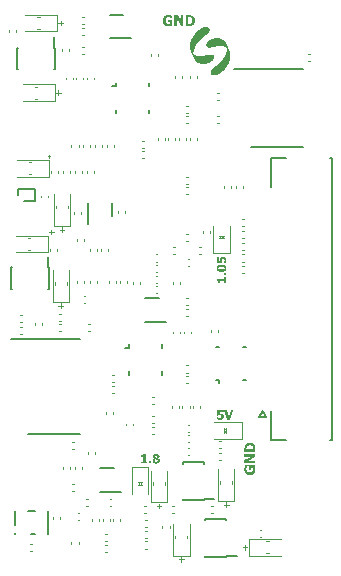
<source format=gbr>
G04*
G04 #@! TF.GenerationSoftware,Altium Limited,Altium Designer,24.9.1 (31)*
G04*
G04 Layer_Color=65535*
%FSLAX44Y44*%
%MOMM*%
G71*
G04*
G04 #@! TF.SameCoordinates,A13243B6-5239-4C78-9C44-5FE43137C330*
G04*
G04*
G04 #@! TF.FilePolarity,Positive*
G04*
G01*
G75*
%ADD10C,0.1500*%
%ADD11C,0.1250*%
%ADD12C,0.1270*%
G36*
X178916Y441075D02*
X179283Y441050D01*
X179381Y441001D01*
X179454Y441026D01*
X179577Y440977D01*
X180092Y440952D01*
X180165Y440928D01*
X180410Y440854D01*
X180704Y440830D01*
X180925Y440732D01*
X181145Y440707D01*
X181194Y440658D01*
X181292Y440634D01*
X181464Y440609D01*
X181684Y440511D01*
X181782Y440487D01*
X181856Y440462D01*
X181905Y440413D01*
X182003Y440389D01*
X182150Y440364D01*
X182223Y440291D01*
X182383Y440229D01*
X182493Y440168D01*
X182652Y440107D01*
X182713Y440046D01*
X182811Y440021D01*
X182860Y439997D01*
X182934Y439923D01*
X183032Y439899D01*
X183105Y439825D01*
X183228Y439776D01*
X183301Y439703D01*
X183608Y439519D01*
X183620Y439482D01*
X183669Y439458D01*
X183804Y439347D01*
X183840Y439311D01*
X183889Y439286D01*
X183963Y439213D01*
X184012Y439188D01*
X184073Y439151D01*
X184098Y439102D01*
X184134Y439066D01*
X184183Y439041D01*
X184208Y438992D01*
X184257Y438968D01*
X184355Y438870D01*
X184404Y438845D01*
X184465Y438784D01*
X184490Y438735D01*
X184661Y438563D01*
X184686Y438514D01*
X184722Y438478D01*
X184771Y438453D01*
X184857Y438318D01*
X184906Y438269D01*
X184931Y438220D01*
X185029Y438122D01*
X185053Y438073D01*
X185090Y438012D01*
X185139Y437988D01*
X185261Y437791D01*
X185347Y437657D01*
X185421Y437583D01*
X185445Y437534D01*
X185494Y437485D01*
X185531Y437350D01*
X185580Y437301D01*
X185617Y437289D01*
X185641Y437191D01*
X185666Y437142D01*
X185739Y437069D01*
X185764Y436971D01*
X185788Y436922D01*
X185837Y436873D01*
X185898Y436713D01*
X185960Y436652D01*
X185984Y436554D01*
X186009Y436505D01*
X186058Y436456D01*
X186107Y436334D01*
X186131Y436260D01*
X186205Y436187D01*
X186241Y436027D01*
X186327Y435942D01*
X186352Y435794D01*
X186425Y435721D01*
X186486Y435562D01*
X186572Y435402D01*
X186597Y435329D01*
X186646Y435280D01*
X186695Y435158D01*
X186719Y435060D01*
X186793Y434986D01*
X186817Y434839D01*
X186891Y434765D01*
X186915Y434668D01*
X186977Y434508D01*
X187038Y434447D01*
X187062Y434300D01*
X187136Y434226D01*
X187185Y434030D01*
X187258Y433957D01*
X187295Y433798D01*
X187381Y433638D01*
X187405Y433540D01*
X187479Y433418D01*
X187528Y433271D01*
Y433246D01*
X187552Y433197D01*
X187601Y433148D01*
X187650Y432952D01*
X187724Y432830D01*
X187773Y432634D01*
X187846Y432560D01*
X187883Y432401D01*
X187969Y432242D01*
X188006Y432082D01*
X188091Y431923D01*
X188128Y431788D01*
X188165Y431752D01*
X188214Y431580D01*
X188251Y431446D01*
X188312Y431384D01*
X188337Y431286D01*
X188361Y431164D01*
X188434Y431041D01*
X188484Y430845D01*
X188533Y430796D01*
X188582Y430600D01*
X188680Y430380D01*
X188716Y430220D01*
X188802Y430061D01*
X188827Y429914D01*
X188900Y429792D01*
X188925Y429694D01*
X188949Y429547D01*
X188998Y429498D01*
X189023Y429399D01*
X189072Y429179D01*
X189121Y429130D01*
X189145Y429032D01*
X189182Y428848D01*
X189219Y428811D01*
X189268Y428640D01*
X189292Y428444D01*
X189366Y428272D01*
X189390Y428175D01*
X189415Y427905D01*
X189464Y427782D01*
X189488Y427586D01*
X189513Y427513D01*
X189537Y426974D01*
X189562Y426900D01*
X189586Y426557D01*
X189611Y426484D01*
X189586Y425700D01*
X189537Y425577D01*
X189562Y425504D01*
X189537Y425185D01*
X189513Y425112D01*
X189488Y424450D01*
X189415Y424279D01*
X189390Y424107D01*
X189366Y423789D01*
X189317Y423666D01*
X189268Y423470D01*
X189243Y423225D01*
X189170Y423054D01*
X189145Y422882D01*
X189121Y422760D01*
X189072Y422710D01*
X189047Y422539D01*
X188998Y422343D01*
X188925Y422172D01*
X188900Y422024D01*
X188827Y421902D01*
X188802Y421804D01*
X188778Y421657D01*
X188729Y421608D01*
X188655Y421314D01*
X188606Y421265D01*
X188557Y421093D01*
X188459Y420873D01*
X188422Y420738D01*
X188337Y420579D01*
X188312Y420481D01*
X188263Y420432D01*
X188214Y420309D01*
X188189Y420211D01*
X188140Y420162D01*
X188055Y419930D01*
X187993Y419868D01*
X187969Y419746D01*
X187895Y419672D01*
X187871Y419574D01*
X187797Y419452D01*
X187748Y419329D01*
X187675Y419207D01*
X187626Y419084D01*
X187601Y419035D01*
X187528Y418962D01*
X187491Y418827D01*
X187467Y418778D01*
X187418Y418754D01*
X187369Y418631D01*
X187283Y418496D01*
X187209Y418374D01*
X187087Y418153D01*
X187038Y418104D01*
X187013Y418031D01*
X186964Y417982D01*
X186866Y417810D01*
X186817Y417761D01*
X186793Y417663D01*
X186719Y417590D01*
X186646Y417467D01*
X186597Y417418D01*
X186499Y417247D01*
X186376Y417075D01*
X186168Y416769D01*
X186107Y416708D01*
X186082Y416659D01*
X186009Y416585D01*
X185911Y416413D01*
X185862Y416365D01*
X185837Y416316D01*
X185764Y416242D01*
X185739Y416193D01*
X185641Y416095D01*
X185568Y415973D01*
X185519Y415924D01*
X185494Y415874D01*
X185396Y415776D01*
X185372Y415728D01*
X185274Y415630D01*
X185249Y415580D01*
X185151Y415482D01*
X185127Y415434D01*
X185029Y415336D01*
X185004Y415286D01*
X184931Y415213D01*
X184906Y415164D01*
X184686Y414943D01*
X184661Y414894D01*
X184318Y414551D01*
X184294Y414502D01*
X183497Y413706D01*
X183448Y413682D01*
X183105Y413339D01*
X183056Y413314D01*
X182836Y413093D01*
X182787Y413069D01*
X182713Y412995D01*
X182664Y412971D01*
X182566Y412873D01*
X182517Y412849D01*
X182419Y412751D01*
X182370Y412726D01*
X182272Y412628D01*
X182223Y412603D01*
X182125Y412505D01*
X182076Y412481D01*
X182003Y412407D01*
X181880Y412334D01*
X181831Y412285D01*
X181782Y412261D01*
X181684Y412163D01*
X181635Y412138D01*
X181562Y412065D01*
X181439Y411991D01*
X181390Y411942D01*
X181280Y411881D01*
X181268Y411844D01*
X181145Y411770D01*
X181096Y411721D01*
X180974Y411648D01*
X180802Y411550D01*
X180778Y411501D01*
X180729Y411476D01*
X180422Y411268D01*
X180226Y411146D01*
X180092Y411060D01*
X180043Y411011D01*
X179883Y410950D01*
X179871Y410913D01*
X179748Y410864D01*
X179699Y410839D01*
X179626Y410766D01*
X179528Y410741D01*
X179381Y410643D01*
X179258Y410570D01*
X179136Y410521D01*
X179062Y410496D01*
X179014Y410447D01*
X178916Y410423D01*
X178793Y410374D01*
X178720Y410300D01*
X178523Y410276D01*
X178376Y410178D01*
X178205Y410153D01*
X178131Y410080D01*
X177837Y410031D01*
X177788Y409982D01*
X177592Y409933D01*
X177396Y409908D01*
X177274Y409859D01*
X177176Y409835D01*
X176857Y409810D01*
X176698Y409749D01*
X176502Y409725D01*
X175118Y409712D01*
X174946Y409786D01*
X174848Y409810D01*
X174566Y409847D01*
X174407Y409933D01*
X174211Y409957D01*
X174138Y410031D01*
X174040Y410055D01*
X173917Y410129D01*
X173746Y410227D01*
X173697Y410276D01*
X173648Y410300D01*
X173513Y410411D01*
X173219Y410705D01*
X173194Y410754D01*
X173121Y410876D01*
X173072Y410925D01*
X173047Y411023D01*
X173023Y411072D01*
X172949Y411146D01*
X172913Y411329D01*
X172851Y411440D01*
X172827Y411538D01*
X172802Y411832D01*
X172778Y411905D01*
X172802Y412542D01*
X172827Y412616D01*
X172851Y412910D01*
X172925Y412983D01*
X172949Y413155D01*
X172974Y413253D01*
X173023Y413302D01*
X173084Y413461D01*
X173170Y413620D01*
X173317Y413890D01*
X173390Y413963D01*
X173488Y414135D01*
X173611Y414306D01*
X173721Y414441D01*
X173758Y414478D01*
X173782Y414527D01*
X173880Y414625D01*
X173905Y414674D01*
X173978Y414747D01*
X174003Y414796D01*
X174040Y414858D01*
X174089Y414882D01*
X174125Y414919D01*
X174150Y414968D01*
X174248Y415041D01*
X174272Y415090D01*
X174346Y415140D01*
X174370Y415188D01*
X174407Y415225D01*
X174456Y415250D01*
X174530Y415348D01*
X174579Y415372D01*
X174628Y415446D01*
X174677Y415470D01*
X174713Y415507D01*
X174738Y415556D01*
X174836Y415630D01*
X174848Y415666D01*
X174897Y415691D01*
X175032Y415801D01*
X175142Y415911D01*
X175191Y415936D01*
X175326Y416046D01*
X175399Y416095D01*
X175424Y416144D01*
X175461Y416181D01*
X175510Y416205D01*
X175583Y416279D01*
X175632Y416303D01*
X175730Y416401D01*
X175853Y416475D01*
X175987Y416585D01*
X176024Y416622D01*
X176073Y416646D01*
X176171Y416744D01*
X176294Y416818D01*
X176465Y416940D01*
X176514Y416989D01*
X176563Y417014D01*
X176637Y417087D01*
X176759Y417136D01*
X176833Y417210D01*
X176882Y417234D01*
X177200Y417455D01*
X177249Y417479D01*
X177347Y417577D01*
X177519Y417675D01*
X177654Y417786D01*
X177788Y417871D01*
X177837Y417920D01*
X177960Y417994D01*
X178009Y418043D01*
X178095Y418080D01*
X178119Y418129D01*
X178242Y418202D01*
X178266Y418251D01*
X178462Y418374D01*
X178499Y418410D01*
X178548Y418435D01*
X178646Y418533D01*
X178695Y418558D01*
X178720Y418606D01*
X178769Y418631D01*
X178903Y418741D01*
X178940Y418778D01*
X178989Y418802D01*
X179062Y418876D01*
X179111Y418900D01*
X179185Y418974D01*
X179234Y418998D01*
X179430Y419194D01*
X179479Y419219D01*
X179540Y419280D01*
X179552Y419317D01*
X179601Y419342D01*
X179736Y419452D01*
X179969Y419685D01*
X180092Y419758D01*
X181280Y420946D01*
X181353Y421069D01*
X181549Y421265D01*
X181562Y421302D01*
X181611Y421326D01*
X181672Y421412D01*
X181770Y421510D01*
X181794Y421559D01*
X181991Y421755D01*
X182015Y421804D01*
X182113Y421902D01*
X182187Y422024D01*
X182236Y422074D01*
X182260Y422122D01*
X182358Y422220D01*
X182383Y422270D01*
X182432Y422294D01*
X182456Y422343D01*
X182566Y422478D01*
X182701Y422662D01*
X182726Y422710D01*
X182824Y422808D01*
X182848Y422858D01*
X182922Y422906D01*
X182995Y423029D01*
X183093Y423201D01*
X183142Y423225D01*
X183167Y423274D01*
X183277Y423409D01*
X183326Y423531D01*
X183412Y423617D01*
X183436Y423666D01*
X183510Y423740D01*
X183583Y423862D01*
X183681Y424034D01*
X183755Y424107D01*
X183828Y424230D01*
X183926Y424401D01*
X183975Y424450D01*
X184024Y424573D01*
X184098Y424646D01*
X184147Y424769D01*
X184196Y424818D01*
X184294Y424989D01*
X184343Y425112D01*
X184367Y425161D01*
X184465Y425259D01*
X184490Y425381D01*
X184563Y425455D01*
X184612Y425577D01*
X184661Y425626D01*
X184722Y425785D01*
X184808Y425871D01*
X184833Y426018D01*
X184906Y426092D01*
X184931Y426190D01*
X184955Y426239D01*
X185029Y426312D01*
X185065Y426472D01*
X185151Y426557D01*
X185188Y426741D01*
X185249Y426802D01*
X185298Y426974D01*
X185372Y427096D01*
X185396Y427170D01*
X185445Y427292D01*
X185494Y427341D01*
X185543Y427537D01*
X185617Y427660D01*
X185666Y427856D01*
X185715Y427905D01*
X185764Y428076D01*
X185788Y428175D01*
X185862Y428297D01*
X185886Y428469D01*
X185984Y428689D01*
X186033Y428909D01*
X186082Y428959D01*
X186107Y429057D01*
X186131Y429253D01*
X186205Y429424D01*
X186229Y429522D01*
X186254Y429694D01*
X186327Y429865D01*
X186376Y430208D01*
X186425Y430331D01*
X186450Y430429D01*
X186474Y430674D01*
X186499Y430870D01*
X186548Y430992D01*
X186572Y431164D01*
X186609Y431740D01*
X186646Y431874D01*
X186670Y432193D01*
X186695Y432266D01*
X186670Y432707D01*
X186634Y432744D01*
X186585Y432769D01*
X186511Y432842D01*
X186462Y432867D01*
X186229Y433026D01*
X186217Y433063D01*
X186168Y433087D01*
X185996Y433210D01*
X185874Y433283D01*
X185702Y433381D01*
X185457Y433528D01*
X185335Y433577D01*
X185212Y433651D01*
X185090Y433700D01*
X184992Y433724D01*
X184918Y433798D01*
X184735Y433834D01*
X184673Y433896D01*
X184514Y433932D01*
X184416Y433957D01*
X184379Y433994D01*
X184257Y434043D01*
X184036Y434067D01*
X183987Y434116D01*
X183816Y434165D01*
X183595Y434190D01*
X183473Y434239D01*
X183375Y434263D01*
X183203Y434288D01*
X182958Y434312D01*
X182836Y434361D01*
X182738Y434386D01*
X181941Y434422D01*
X181758Y434484D01*
X181684Y434459D01*
X180422Y434471D01*
X180288Y434435D01*
X180190Y434410D01*
X179687Y434398D01*
X179675Y434410D01*
X179601Y434386D01*
X179234Y434361D01*
X179185Y434337D01*
X179111Y434361D01*
X178940Y434288D01*
X178891Y434312D01*
X178818Y434288D01*
X178376Y434263D01*
X178303Y434239D01*
X178180Y434190D01*
X178082Y434165D01*
X177666Y434141D01*
X177543Y434092D01*
X177347Y434043D01*
X177053Y434018D01*
X176882Y433945D01*
X176637Y433920D01*
X176478Y433883D01*
X176318Y433822D01*
X176012Y433785D01*
X175877Y433724D01*
X175779Y433700D01*
X175510Y433675D01*
X175289Y433577D01*
X174995Y433553D01*
X174873Y433504D01*
X174677Y433455D01*
X174432Y433430D01*
X174309Y433381D01*
X174211Y433357D01*
X173966Y433332D01*
X173795Y433308D01*
X173721Y433283D01*
X173525Y433234D01*
X173133Y433210D01*
X172937Y433161D01*
X172864Y433136D01*
X172545Y433112D01*
X172153Y433087D01*
X172079Y433112D01*
X172006Y433087D01*
X171834Y433063D01*
X171344Y433087D01*
X171271Y433112D01*
X171197Y433087D01*
X170952Y433112D01*
X170732Y433136D01*
X170560Y433210D01*
X170377Y433246D01*
X170340Y433283D01*
X170217Y433332D01*
X170119Y433357D01*
X170046Y433430D01*
X169923Y433479D01*
X169825Y433577D01*
X169776Y433602D01*
X169727Y433675D01*
X169678Y433700D01*
X169641Y433736D01*
X169617Y433785D01*
X169519Y433883D01*
X169494Y433957D01*
X169445Y434006D01*
X169384Y434165D01*
X169323Y434226D01*
X169298Y434324D01*
X169274Y434520D01*
X169200Y434692D01*
X169176Y434937D01*
X169200Y435648D01*
X169274Y435819D01*
X169298Y435991D01*
X169335Y436174D01*
X169396Y436285D01*
X169421Y436383D01*
X169445Y436505D01*
X169494Y436554D01*
X169519Y436652D01*
X169580Y436811D01*
X169641Y436873D01*
X169666Y436995D01*
X169764Y437142D01*
X169788Y437240D01*
X169862Y437314D01*
X169911Y437436D01*
X169984Y437510D01*
X170033Y437632D01*
X170107Y437706D01*
X170131Y437755D01*
X170168Y437816D01*
X170205Y437828D01*
X170230Y437877D01*
X170340Y438012D01*
X170401Y438098D01*
X170450Y438147D01*
X170475Y438196D01*
X170511Y438257D01*
X170560Y438282D01*
X170720Y438441D01*
X170732Y438478D01*
X170781Y438502D01*
X170842Y438563D01*
X170854Y438600D01*
X170903Y438624D01*
X170965Y438686D01*
X170977Y438722D01*
X171026Y438747D01*
X171161Y438857D01*
X171271Y438968D01*
X171393Y439041D01*
X171442Y439090D01*
X171491Y439114D01*
X171589Y439213D01*
X171638Y439237D01*
X171712Y439311D01*
X171810Y439335D01*
X171908Y439433D01*
X172030Y439507D01*
X172251Y439629D01*
X172300Y439678D01*
X172668Y439874D01*
X172790Y439923D01*
X172839Y439948D01*
X172913Y440021D01*
X173096Y440058D01*
X173158Y440119D01*
X173390Y440205D01*
X173427Y440242D01*
X173525Y440266D01*
X173660Y440303D01*
X173697Y440340D01*
X173819Y440389D01*
X173966Y440413D01*
X174187Y440511D01*
X174334Y440536D01*
X174505Y440609D01*
X174713Y440646D01*
X174750Y440683D01*
X174873Y440732D01*
X175142Y440756D01*
X175314Y440830D01*
X175485Y440854D01*
X175706Y440879D01*
X175828Y440928D01*
X176122Y440977D01*
X176514Y441001D01*
X176686Y441075D01*
X176845Y441062D01*
X177066Y441087D01*
X177543Y441075D01*
X177617Y441099D01*
X178805Y441087D01*
X178842Y441099D01*
X178916Y441075D01*
D02*
G37*
G36*
X169433Y450630D02*
X169507Y450606D01*
X169972Y450581D01*
X170144Y450508D01*
X170364Y450483D01*
X170585Y450385D01*
X170707Y450336D01*
X170977Y450189D01*
X171148Y450091D01*
X171222Y450018D01*
X171271Y449993D01*
X171626Y449638D01*
X171700Y449516D01*
X171822Y449295D01*
X171871Y449173D01*
X171896Y449075D01*
X171945Y449026D01*
X171994Y448854D01*
X172018Y448585D01*
X172043Y448511D01*
X172067Y448364D01*
X172092Y448290D01*
X172067Y447996D01*
X172043Y447923D01*
X172006Y447739D01*
X171981Y447494D01*
X171945Y447408D01*
X171896Y447286D01*
X171871Y447188D01*
X171847Y447114D01*
X171798Y447065D01*
X171749Y446894D01*
X171724Y446845D01*
X171675Y446796D01*
X171614Y446637D01*
X171528Y446551D01*
X171504Y446453D01*
X171430Y446379D01*
X171357Y446257D01*
X171308Y446208D01*
X171259Y446085D01*
X171161Y445987D01*
X171136Y445938D01*
X171063Y445865D01*
X171038Y445816D01*
X170940Y445718D01*
X170916Y445669D01*
X170818Y445571D01*
X170793Y445522D01*
X169923Y444652D01*
X169874Y444627D01*
X169739Y444517D01*
X169629Y444407D01*
X169580Y444382D01*
X169458Y444260D01*
X169409Y444235D01*
X169360Y444162D01*
X169237Y444088D01*
X169188Y444039D01*
X169066Y443966D01*
X169017Y443917D01*
X168968Y443892D01*
X168870Y443794D01*
X168821Y443770D01*
X168723Y443672D01*
X168674Y443647D01*
X168625Y443598D01*
X168576Y443574D01*
X168441Y443464D01*
X168306Y443378D01*
X168257Y443329D01*
X168135Y443255D01*
X168000Y443170D01*
X167975Y443121D01*
X167828Y443047D01*
X167767Y442986D01*
X167694Y442961D01*
X167596Y442863D01*
X167473Y442790D01*
X167314Y442704D01*
X167289Y442655D01*
X167155Y442569D01*
X167106Y442520D01*
X166983Y442447D01*
X166934Y442398D01*
X166812Y442324D01*
X166763Y442275D01*
X166714Y442251D01*
X166616Y442153D01*
X166493Y442079D01*
X166358Y441993D01*
X166334Y441945D01*
X166248Y441883D01*
X166175Y441810D01*
X166052Y441736D01*
X166003Y441687D01*
X165954Y441663D01*
X165856Y441565D01*
X165807Y441540D01*
X165709Y441442D01*
X165660Y441418D01*
X165464Y441222D01*
X165415Y441197D01*
X165292Y441075D01*
X165243Y441050D01*
X165170Y440977D01*
X165121Y440952D01*
X164802Y440634D01*
X164753Y440609D01*
X163614Y439470D01*
X163589Y439421D01*
X163295Y439127D01*
X163271Y439078D01*
X163099Y438906D01*
X163075Y438857D01*
X162989Y438747D01*
X162952Y438735D01*
X162928Y438686D01*
X162830Y438588D01*
X162806Y438539D01*
X162683Y438416D01*
X162659Y438367D01*
X162610Y438343D01*
X162536Y438220D01*
X162487Y438171D01*
X162463Y438122D01*
X162364Y438024D01*
X162340Y437975D01*
X162242Y437877D01*
X162217Y437828D01*
X162144Y437755D01*
X162070Y437632D01*
X162021Y437583D01*
X161997Y437534D01*
X161887Y437399D01*
X161825Y437314D01*
X161776Y437265D01*
X161703Y437142D01*
X161409Y436726D01*
X161384Y436677D01*
X161311Y436603D01*
X161237Y436481D01*
X161139Y436309D01*
X161066Y436236D01*
X160992Y436113D01*
X160894Y435942D01*
X160845Y435892D01*
X160649Y435550D01*
X160600Y435500D01*
X160576Y435402D01*
X160502Y435329D01*
X160306Y434962D01*
X160257Y434912D01*
X160221Y434778D01*
X160159Y434716D01*
X160110Y434594D01*
X160086Y434545D01*
X160037Y434496D01*
X159963Y434300D01*
X159914Y434251D01*
X159841Y434055D01*
X159792Y434006D01*
X159767Y433908D01*
X159743Y433859D01*
X159645Y433712D01*
X159620Y433589D01*
X159547Y433516D01*
X159522Y433369D01*
X159424Y433222D01*
X159388Y433063D01*
X159326Y433001D01*
X159302Y432903D01*
X159265Y432769D01*
X159204Y432707D01*
X159167Y432548D01*
X159057Y432291D01*
X159032Y432144D01*
X158983Y432095D01*
X158934Y431923D01*
X158897Y431788D01*
X158836Y431654D01*
X158812Y431556D01*
X158787Y431433D01*
X158738Y431384D01*
X158714Y431286D01*
X158677Y431078D01*
X158616Y430943D01*
X158591Y430845D01*
X158554Y430612D01*
X158493Y430478D01*
X158469Y430306D01*
X158444Y430086D01*
X158371Y429914D01*
X158346Y429743D01*
X158322Y429498D01*
X158297Y429424D01*
X158273Y429326D01*
X158248Y429081D01*
X158224Y428763D01*
X158199Y428517D01*
X158175Y428371D01*
X158150Y428297D01*
X158175Y427660D01*
X158260Y427574D01*
X158309Y427550D01*
X158407Y427452D01*
X158456Y427427D01*
X158554Y427329D01*
X158677Y427256D01*
X158848Y427133D01*
X159020Y427035D01*
X159069Y426986D01*
X159167Y426962D01*
X159216Y426913D01*
X159437Y426790D01*
X159559Y426741D01*
X159682Y426668D01*
X159804Y426619D01*
X159902Y426594D01*
X160025Y426521D01*
X160184Y426484D01*
X160221Y426447D01*
X160343Y426398D01*
X160515Y426374D01*
X160564Y426325D01*
X160735Y426276D01*
X160907Y426251D01*
X161127Y426153D01*
X161397Y426129D01*
X161519Y426079D01*
X161617Y426055D01*
X161862Y426031D01*
X162083Y426006D01*
X162205Y425957D01*
X162671Y425933D01*
X162769Y425908D01*
X164116Y425883D01*
X164435Y425908D01*
X165182Y425945D01*
X165403Y425969D01*
X165513Y426006D01*
X165979Y426031D01*
X166150Y426055D01*
X166248Y426079D01*
X166371Y426104D01*
X166444Y426129D01*
X166689Y426153D01*
X166971Y426190D01*
X167093Y426239D01*
X167216Y426263D01*
X167228Y426276D01*
X167571Y426300D01*
X167694Y426349D01*
X167865Y426374D01*
X167963Y426398D01*
X168184Y426423D01*
X168355Y426496D01*
X168637Y426533D01*
X168919Y426619D01*
X169164Y426643D01*
X169335Y426717D01*
X169678Y426766D01*
X169850Y426839D01*
X170095Y426864D01*
X170254Y426900D01*
X170389Y426937D01*
X170585Y426986D01*
X170879Y427011D01*
X171050Y427084D01*
X171442Y427109D01*
X171516Y427133D01*
X171663Y427158D01*
X171736Y427182D01*
X172055Y427207D01*
X172300Y427231D01*
X172472Y427256D01*
X172717Y427280D01*
X172790Y427305D01*
X173550Y427280D01*
X173623Y427256D01*
X173954Y427219D01*
X174150Y427194D01*
X174248Y427170D01*
X174383Y427109D01*
X174542Y427072D01*
X174603Y427011D01*
X174701Y426986D01*
X174824Y426913D01*
X174873Y426864D01*
X174995Y426790D01*
X175069Y426717D01*
X175118Y426692D01*
X175154Y426655D01*
X175179Y426606D01*
X175277Y426508D01*
X175350Y426386D01*
X175399Y426337D01*
X175424Y426239D01*
X175497Y426116D01*
X175522Y426018D01*
X175546Y425896D01*
X175595Y425773D01*
X175620Y425675D01*
X175644Y425063D01*
X175620Y424965D01*
X175595Y424646D01*
X175571Y424573D01*
X175522Y424377D01*
X175497Y424181D01*
X175399Y423960D01*
X175375Y423838D01*
X175326Y423789D01*
X175277Y423617D01*
X175007Y423103D01*
X174885Y422882D01*
X174811Y422808D01*
X174787Y422735D01*
X174713Y422662D01*
X174689Y422564D01*
X174652Y422527D01*
X174603Y422502D01*
X174517Y422368D01*
X174444Y422294D01*
X174419Y422245D01*
X173721Y421547D01*
X173672Y421522D01*
X173525Y421375D01*
X173476Y421351D01*
X173415Y421314D01*
X173390Y421265D01*
X173243Y421167D01*
X173182Y421106D01*
X173109Y421081D01*
X173035Y421008D01*
X172913Y420934D01*
X172864Y420885D01*
X172741Y420836D01*
X172692Y420787D01*
X172521Y420689D01*
X172300Y420567D01*
X172178Y420518D01*
X172129Y420493D01*
X171981Y420395D01*
X171883Y420371D01*
X171834Y420322D01*
X171602Y420236D01*
X171565Y420199D01*
X171467Y420175D01*
X171197Y420052D01*
X171063Y420015D01*
X170952Y419954D01*
X170854Y419930D01*
X170720Y419893D01*
X170683Y419856D01*
X170487Y419807D01*
X170340Y419782D01*
X170291Y419734D01*
X170193Y419709D01*
X169997Y419685D01*
X169825Y419611D01*
X169727Y419586D01*
X169482Y419562D01*
X169311Y419488D01*
X169139Y419464D01*
X168894Y419440D01*
X168821Y419415D01*
X168539Y419354D01*
X168147Y419329D01*
X167694Y419292D01*
X167620Y419268D01*
X165979Y419292D01*
X165905Y419317D01*
X165721Y419305D01*
X165586Y419342D01*
X165023Y419366D01*
X164949Y419390D01*
X164753Y419440D01*
X164582Y419464D01*
X164361Y419488D01*
X164239Y419538D01*
X164043Y419586D01*
X163847Y419611D01*
X163675Y419685D01*
X163504Y419709D01*
X163283Y419807D01*
X163099Y419844D01*
X163038Y419905D01*
X162940Y419930D01*
X162806Y419966D01*
X162646Y420052D01*
X162524Y420077D01*
X162450Y420150D01*
X162352Y420175D01*
X162303Y420199D01*
X162254Y420248D01*
X162058Y420322D01*
X162009Y420371D01*
X161887Y420420D01*
X161838Y420444D01*
X161789Y420493D01*
X161666Y420567D01*
X161617Y420616D01*
X161458Y420677D01*
X161372Y420763D01*
X161323Y420787D01*
X161250Y420861D01*
X161127Y420934D01*
X161078Y420983D01*
X160956Y421057D01*
X160882Y421130D01*
X160833Y421155D01*
X160809Y421204D01*
X160760Y421228D01*
X160613Y421375D01*
X160564Y421400D01*
X160257Y421706D01*
X160233Y421755D01*
X160012Y421976D01*
X159988Y422024D01*
X159890Y422122D01*
X159865Y422172D01*
X159792Y422245D01*
X159718Y422368D01*
X159669Y422416D01*
X159596Y422539D01*
X159547Y422588D01*
X159473Y422710D01*
X159375Y422882D01*
X159326Y422931D01*
X159277Y423054D01*
X159204Y423127D01*
X159143Y423286D01*
X159081Y423348D01*
X159032Y423470D01*
X158959Y423544D01*
X158922Y423678D01*
X158861Y423740D01*
X158799Y423899D01*
X158738Y423960D01*
X158714Y424058D01*
X158640Y424181D01*
X158591Y424303D01*
X158518Y424426D01*
X158469Y424548D01*
X158444Y424597D01*
X158395Y424646D01*
X158322Y424842D01*
X158273Y424891D01*
X158199Y425087D01*
X158150Y425136D01*
X158113Y425295D01*
X158052Y425381D01*
X158003Y425504D01*
X157881Y425773D01*
X157856Y425822D01*
X157783Y425945D01*
X157758Y426067D01*
X157660Y426214D01*
X157636Y426361D01*
X157562Y426435D01*
X157513Y426631D01*
X157440Y426753D01*
X157415Y426851D01*
X157342Y426974D01*
X157317Y427047D01*
X157292Y427145D01*
X157268Y427194D01*
X157219Y427243D01*
X157195Y427341D01*
X157158Y427476D01*
X157097Y427537D01*
X157048Y427733D01*
X156950Y427880D01*
X156925Y428052D01*
X156876Y428101D01*
X156827Y428223D01*
X156803Y428321D01*
X156729Y428444D01*
X156680Y428640D01*
X156607Y428763D01*
X156582Y428909D01*
X156484Y429057D01*
X156460Y429228D01*
X156386Y429301D01*
X156349Y429485D01*
X156300Y429608D01*
X156264Y429645D01*
X156202Y429902D01*
X156166Y429939D01*
X156117Y430135D01*
X156018Y430355D01*
X155994Y430502D01*
X155920Y430576D01*
X155896Y430674D01*
X155871Y430845D01*
X155798Y430919D01*
X155773Y431017D01*
X155749Y431237D01*
X155700Y431286D01*
X155626Y431580D01*
X155553Y431752D01*
X155516Y431984D01*
X155430Y432266D01*
X155406Y432536D01*
X155381Y432609D01*
X155357Y432707D01*
X155308Y433001D01*
X155283Y433565D01*
X155259Y433638D01*
X155283Y434986D01*
X155308Y435060D01*
X155332Y435746D01*
X155381Y435868D01*
X155418Y436076D01*
X155443Y436395D01*
X155467Y436493D01*
X155528Y436701D01*
X155565Y436983D01*
X155651Y437265D01*
X155675Y437461D01*
X155749Y437632D01*
X155773Y437730D01*
X155810Y437914D01*
X155871Y438049D01*
X155896Y438147D01*
X155920Y438294D01*
X155969Y438343D01*
X156043Y438637D01*
X156117Y438808D01*
X156141Y438906D01*
X156239Y439127D01*
X156276Y439262D01*
X156337Y439372D01*
X156362Y439470D01*
X156411Y439592D01*
X156484Y439764D01*
X156607Y440033D01*
X156631Y440107D01*
X156680Y440156D01*
X156705Y440254D01*
X156778Y440376D01*
X156876Y440621D01*
X157121Y441087D01*
X157170Y441136D01*
X157207Y441271D01*
X157292Y441405D01*
X157366Y441528D01*
X157611Y441969D01*
X157709Y442141D01*
X157758Y442189D01*
X157807Y442312D01*
X157881Y442386D01*
X157905Y442483D01*
X158003Y442582D01*
X158028Y442655D01*
X158126Y442802D01*
X158150Y442851D01*
X158224Y442925D01*
X158322Y443096D01*
X158432Y443231D01*
X158554Y443427D01*
X158591Y443464D01*
X158665Y443586D01*
X158714Y443635D01*
X158738Y443684D01*
X158812Y443758D01*
X158885Y443880D01*
X158934Y443929D01*
X158995Y444039D01*
X159032Y444052D01*
X159057Y444101D01*
X159289Y444407D01*
X159326Y444444D01*
X159351Y444493D01*
X159424Y444566D01*
X159449Y444615D01*
X159620Y444787D01*
X159645Y444836D01*
X159718Y444909D01*
X159743Y444958D01*
X159853Y445093D01*
X159988Y445228D01*
X160012Y445277D01*
X160233Y445497D01*
X160257Y445546D01*
X160600Y445889D01*
X160625Y445938D01*
X161299Y446612D01*
X161348Y446637D01*
X161666Y446955D01*
X161715Y446980D01*
X161936Y447200D01*
X161985Y447225D01*
X162181Y447421D01*
X162230Y447445D01*
X162303Y447519D01*
X162352Y447543D01*
X162487Y447654D01*
X162524Y447690D01*
X162573Y447715D01*
X162744Y447886D01*
X162867Y447960D01*
X162940Y448033D01*
X162989Y448058D01*
X163063Y448131D01*
X163185Y448205D01*
X163259Y448278D01*
X163308Y448303D01*
X163381Y448376D01*
X163504Y448450D01*
X163675Y448572D01*
X163724Y448621D01*
X163773Y448646D01*
X163822Y448695D01*
X163994Y448793D01*
X164043Y448842D01*
X164165Y448915D01*
X164214Y448964D01*
X164337Y449038D01*
X164508Y449136D01*
X164557Y449185D01*
X164680Y449234D01*
X164753Y449307D01*
X164925Y449405D01*
X165084Y449491D01*
X165096Y449528D01*
X165256Y449589D01*
X165317Y449650D01*
X165476Y449712D01*
X165537Y449773D01*
X165672Y449810D01*
X165758Y449871D01*
X165881Y449920D01*
X165979Y449944D01*
X166052Y450018D01*
X166224Y450042D01*
X166297Y450116D01*
X166395Y450140D01*
X166542Y450165D01*
X166616Y450238D01*
X166787Y450263D01*
X167008Y450361D01*
X167240Y450398D01*
X167363Y450447D01*
X167498Y450483D01*
X167743Y450508D01*
X167988Y450581D01*
X168233Y450606D01*
X168723Y450630D01*
X168796Y450655D01*
X169433Y450630D01*
D02*
G37*
G36*
X183484Y256179D02*
X183640Y256167D01*
X183820Y256143D01*
X184012Y256095D01*
X184205Y256047D01*
X184409Y255975D01*
X184433Y255963D01*
X184493Y255939D01*
X184589Y255891D01*
X184709Y255819D01*
X184853Y255735D01*
X184998Y255627D01*
X185154Y255494D01*
X185298Y255350D01*
X185310Y255326D01*
X185358Y255278D01*
X185430Y255194D01*
X185514Y255074D01*
X185598Y254930D01*
X185694Y254774D01*
X185791Y254581D01*
X185875Y254377D01*
Y254365D01*
X185887Y254353D01*
X185899Y254317D01*
X185911Y254281D01*
X185935Y254161D01*
X185971Y253993D01*
X186019Y253788D01*
X186043Y253560D01*
X186067Y253284D01*
X186079Y252995D01*
Y252851D01*
X186067Y252779D01*
Y252683D01*
X186055Y252479D01*
X186031Y252239D01*
X186007Y251998D01*
X185971Y251734D01*
X185923Y251494D01*
Y251482D01*
X185911Y251470D01*
Y251434D01*
X185899Y251386D01*
X185875Y251277D01*
X185839Y251133D01*
X185791Y250965D01*
X185730Y250797D01*
X185670Y250617D01*
X185610Y250460D01*
X183904D01*
Y250641D01*
X183916Y250653D01*
X183964Y250725D01*
X184036Y250833D01*
X184109Y250965D01*
Y250977D01*
X184121Y251001D01*
X184144Y251037D01*
X184168Y251097D01*
X184205Y251157D01*
X184241Y251241D01*
X184277Y251338D01*
X184325Y251446D01*
Y251458D01*
X184337Y251494D01*
X184361Y251554D01*
X184385Y251626D01*
X184421Y251710D01*
X184445Y251806D01*
X184505Y252010D01*
Y252022D01*
X184517Y252058D01*
X184529Y252118D01*
X184541Y252202D01*
X184553Y252299D01*
X184565Y252407D01*
X184577Y252647D01*
Y252767D01*
X184565Y252851D01*
Y252947D01*
X184541Y253055D01*
X184505Y253308D01*
Y253320D01*
X184493Y253368D01*
X184469Y253428D01*
X184445Y253512D01*
X184361Y253704D01*
X184301Y253788D01*
X184229Y253873D01*
X184217Y253885D01*
X184205Y253897D01*
X184121Y253969D01*
X184012Y254053D01*
X183880Y254125D01*
X183868D01*
X183844Y254137D01*
X183796Y254161D01*
X183736Y254173D01*
X183664Y254197D01*
X183568Y254209D01*
X183460Y254221D01*
X183340D01*
X183328D01*
X183291D01*
X183243D01*
X183171Y254209D01*
X183027Y254173D01*
X182871Y254101D01*
X182859D01*
X182835Y254077D01*
X182799Y254053D01*
X182751Y254029D01*
X182643Y253933D01*
X182547Y253800D01*
X182535Y253788D01*
X182523Y253752D01*
X182487Y253692D01*
X182451Y253620D01*
X182414Y253524D01*
X182378Y253416D01*
X182342Y253296D01*
X182318Y253152D01*
Y253140D01*
X182306Y253092D01*
X182294Y253020D01*
X182282Y252935D01*
Y252827D01*
X182270Y252719D01*
X182258Y252503D01*
Y252347D01*
X182270Y252239D01*
Y252106D01*
X182282Y251962D01*
X182330Y251662D01*
Y251650D01*
X182342Y251590D01*
X182354Y251518D01*
X182378Y251422D01*
X182402Y251313D01*
X182426Y251193D01*
X182474Y250965D01*
Y250797D01*
X178089D01*
Y255975D01*
X179567D01*
Y252647D01*
X180877D01*
Y252707D01*
X180865Y252755D01*
Y252875D01*
X180853Y253020D01*
Y253092D01*
X180841Y253140D01*
Y253560D01*
X180853Y253704D01*
X180865Y253860D01*
X180889Y254041D01*
X180961Y254401D01*
Y254425D01*
X180985Y254485D01*
X181009Y254569D01*
X181045Y254690D01*
X181093Y254822D01*
X181153Y254954D01*
X181225Y255098D01*
X181309Y255242D01*
X181321Y255266D01*
X181357Y255314D01*
X181429Y255398D01*
X181513Y255494D01*
X181621Y255602D01*
X181766Y255723D01*
X181910Y255843D01*
X182090Y255939D01*
X182114Y255951D01*
X182174Y255975D01*
X182282Y256023D01*
X182414Y256071D01*
X182583Y256107D01*
X182787Y256155D01*
X183015Y256179D01*
X183267Y256191D01*
X183279D01*
X183291D01*
X183328D01*
X183376D01*
X183484Y256179D01*
D02*
G37*
G36*
X182366Y249415D02*
X182474D01*
X182607Y249403D01*
X182883Y249391D01*
X183183Y249355D01*
X183484Y249319D01*
X183784Y249259D01*
X183796D01*
X183820Y249247D01*
X183856D01*
X183904Y249223D01*
X184048Y249187D01*
X184229Y249127D01*
X184433Y249055D01*
X184637Y248971D01*
X184853Y248863D01*
X185058Y248742D01*
X185082Y248730D01*
X185142Y248682D01*
X185226Y248598D01*
X185346Y248490D01*
X185466Y248358D01*
X185598Y248190D01*
X185718Y248010D01*
X185826Y247805D01*
Y247793D01*
X185839Y247781D01*
X185851Y247745D01*
X185863Y247709D01*
X185911Y247589D01*
X185947Y247421D01*
X185995Y247217D01*
X186043Y246976D01*
X186067Y246712D01*
X186079Y246412D01*
Y246280D01*
X186067Y246207D01*
Y246123D01*
X186043Y245931D01*
X186019Y245703D01*
X185971Y245475D01*
X185911Y245234D01*
X185826Y245006D01*
Y244994D01*
X185814Y244982D01*
X185778Y244910D01*
X185718Y244814D01*
X185634Y244682D01*
X185514Y244525D01*
X185382Y244369D01*
X185226Y244213D01*
X185046Y244069D01*
X185034D01*
X185022Y244057D01*
X184949Y244009D01*
X184841Y243949D01*
X184697Y243877D01*
X184505Y243793D01*
X184289Y243708D01*
X184048Y243624D01*
X183772Y243552D01*
X183760D01*
X183736Y243540D01*
X183700D01*
X183640Y243528D01*
X183568Y243516D01*
X183484Y243504D01*
X183376Y243492D01*
X183267Y243480D01*
X183003Y243444D01*
X182703Y243420D01*
X182366Y243408D01*
X182006Y243396D01*
X181994D01*
X181958D01*
X181910D01*
X181826D01*
X181742D01*
X181633Y243408D01*
X181513D01*
X181393Y243420D01*
X181117Y243432D01*
X180817Y243468D01*
X180516Y243504D01*
X180228Y243552D01*
X180216D01*
X180192Y243564D01*
X180156D01*
X180108Y243588D01*
X179964Y243624D01*
X179795Y243672D01*
X179591Y243745D01*
X179387Y243841D01*
X179159Y243949D01*
X178954Y244081D01*
X178942D01*
X178930Y244093D01*
X178870Y244153D01*
X178774Y244225D01*
X178666Y244345D01*
X178534Y244477D01*
X178414Y244634D01*
X178294Y244826D01*
X178186Y245030D01*
Y245042D01*
X178174Y245054D01*
X178161Y245090D01*
X178149Y245138D01*
X178101Y245258D01*
X178053Y245415D01*
X178005Y245619D01*
X177957Y245859D01*
X177933Y246123D01*
X177921Y246412D01*
Y246556D01*
X177933Y246628D01*
Y246712D01*
X177957Y246904D01*
X177993Y247120D01*
X178041Y247361D01*
X178101Y247601D01*
X178197Y247817D01*
Y247829D01*
X178209Y247841D01*
X178246Y247913D01*
X178306Y248010D01*
X178390Y248142D01*
X178510Y248286D01*
X178642Y248442D01*
X178798Y248598D01*
X178990Y248742D01*
X179014Y248754D01*
X179086Y248803D01*
X179195Y248863D01*
X179339Y248947D01*
X179519Y249031D01*
X179735Y249115D01*
X179988Y249187D01*
X180264Y249259D01*
X180276D01*
X180300Y249271D01*
X180336D01*
X180396Y249283D01*
X180468Y249295D01*
X180552Y249307D01*
X180648Y249331D01*
X180769Y249343D01*
X181021Y249379D01*
X181321Y249403D01*
X181646Y249415D01*
X182006Y249427D01*
X182018D01*
X182054D01*
X182102D01*
X182174D01*
X182258D01*
X182366Y249415D01*
D02*
G37*
G36*
X185911Y240380D02*
X183844D01*
Y242243D01*
X185911D01*
Y240380D01*
D02*
G37*
G36*
Y233809D02*
X184541D01*
Y235455D01*
X180420D01*
Y233809D01*
X179147D01*
Y234037D01*
X179135Y234145D01*
Y234265D01*
X179111Y234518D01*
Y234530D01*
X179098Y234578D01*
X179086Y234638D01*
X179074Y234722D01*
X179027Y234914D01*
X178990Y235010D01*
X178954Y235094D01*
X178942Y235106D01*
X178930Y235130D01*
X178906Y235178D01*
X178858Y235238D01*
X178762Y235359D01*
X178618Y235479D01*
X178606Y235491D01*
X178582Y235503D01*
X178534Y235527D01*
X178474Y235551D01*
X178390Y235587D01*
X178294Y235611D01*
X178197Y235635D01*
X178077Y235647D01*
Y237365D01*
X184541D01*
Y238975D01*
X185911D01*
Y233809D01*
D02*
G37*
G36*
X189091Y118174D02*
X187036D01*
X184357Y125995D01*
X186388D01*
X188094Y120673D01*
X189800Y125995D01*
X191782D01*
X189091Y118174D01*
D02*
G37*
G36*
X183732Y124517D02*
X180405D01*
Y123207D01*
X180465D01*
X180513Y123219D01*
X180633D01*
X180777Y123231D01*
X180849D01*
X180897Y123244D01*
X181318D01*
X181462Y123231D01*
X181618Y123219D01*
X181798Y123195D01*
X182159Y123123D01*
X182183D01*
X182243Y123099D01*
X182327Y123075D01*
X182447Y123039D01*
X182579Y122991D01*
X182711Y122931D01*
X182855Y122859D01*
X183000Y122775D01*
X183024Y122763D01*
X183072Y122727D01*
X183156Y122655D01*
X183252Y122571D01*
X183360Y122463D01*
X183480Y122318D01*
X183600Y122174D01*
X183696Y121994D01*
X183708Y121970D01*
X183732Y121910D01*
X183781Y121802D01*
X183829Y121670D01*
X183865Y121501D01*
X183913Y121297D01*
X183937Y121069D01*
X183949Y120817D01*
Y120805D01*
Y120793D01*
Y120757D01*
Y120709D01*
X183937Y120600D01*
X183925Y120444D01*
X183901Y120264D01*
X183853Y120072D01*
X183805Y119880D01*
X183732Y119675D01*
X183720Y119651D01*
X183696Y119591D01*
X183648Y119495D01*
X183576Y119375D01*
X183492Y119231D01*
X183384Y119087D01*
X183252Y118930D01*
X183108Y118786D01*
X183084Y118774D01*
X183036Y118726D01*
X182952Y118654D01*
X182831Y118570D01*
X182687Y118486D01*
X182531Y118390D01*
X182339Y118294D01*
X182135Y118209D01*
X182123D01*
X182111Y118197D01*
X182075Y118186D01*
X182038Y118174D01*
X181918Y118149D01*
X181750Y118113D01*
X181546Y118065D01*
X181318Y118041D01*
X181041Y118017D01*
X180753Y118005D01*
X180609D01*
X180537Y118017D01*
X180441D01*
X180236Y118029D01*
X179996Y118053D01*
X179756Y118077D01*
X179492Y118113D01*
X179251Y118161D01*
X179239D01*
X179227Y118174D01*
X179191D01*
X179143Y118186D01*
X179035Y118209D01*
X178891Y118246D01*
X178723Y118294D01*
X178554Y118354D01*
X178374Y118414D01*
X178218Y118474D01*
Y120180D01*
X178398D01*
X178410Y120168D01*
X178482Y120120D01*
X178590Y120048D01*
X178723Y119976D01*
X178735D01*
X178759Y119964D01*
X178795Y119940D01*
X178855Y119916D01*
X178915Y119880D01*
X178999Y119844D01*
X179095Y119807D01*
X179203Y119759D01*
X179215D01*
X179251Y119747D01*
X179311Y119723D01*
X179383Y119699D01*
X179468Y119663D01*
X179564Y119639D01*
X179768Y119579D01*
X179780D01*
X179816Y119567D01*
X179876Y119555D01*
X179960Y119543D01*
X180056Y119531D01*
X180164Y119519D01*
X180405Y119507D01*
X180525D01*
X180609Y119519D01*
X180705D01*
X180813Y119543D01*
X181065Y119579D01*
X181077D01*
X181125Y119591D01*
X181185Y119615D01*
X181270Y119639D01*
X181462Y119723D01*
X181546Y119783D01*
X181630Y119855D01*
X181642Y119867D01*
X181654Y119880D01*
X181726Y119964D01*
X181810Y120072D01*
X181882Y120204D01*
Y120216D01*
X181894Y120240D01*
X181918Y120288D01*
X181930Y120348D01*
X181954Y120420D01*
X181966Y120516D01*
X181978Y120624D01*
Y120744D01*
Y120757D01*
Y120793D01*
Y120841D01*
X181966Y120913D01*
X181930Y121057D01*
X181858Y121213D01*
Y121225D01*
X181834Y121249D01*
X181810Y121285D01*
X181786Y121333D01*
X181690Y121441D01*
X181558Y121538D01*
X181546Y121550D01*
X181510Y121561D01*
X181450Y121597D01*
X181378Y121634D01*
X181282Y121670D01*
X181173Y121706D01*
X181053Y121742D01*
X180909Y121766D01*
X180897D01*
X180849Y121778D01*
X180777Y121790D01*
X180693Y121802D01*
X180585D01*
X180477Y121814D01*
X180260Y121826D01*
X180104D01*
X179996Y121814D01*
X179864D01*
X179720Y121802D01*
X179419Y121754D01*
X179407D01*
X179347Y121742D01*
X179275Y121730D01*
X179179Y121706D01*
X179071Y121682D01*
X178951Y121658D01*
X178723Y121610D01*
X178554D01*
Y125995D01*
X183732D01*
Y124517D01*
D02*
G37*
G36*
X137409Y460681D02*
X137658Y460667D01*
X137963Y460639D01*
X138268Y460597D01*
X138574Y460542D01*
X138851Y460473D01*
X138865D01*
X138879Y460459D01*
X138920Y460445D01*
X138976Y460431D01*
X139114Y460389D01*
X139295Y460320D01*
X139516Y460237D01*
X139766Y460140D01*
X140043Y460029D01*
X140321Y459890D01*
Y457782D01*
X140099D01*
X140085Y457810D01*
X140043Y457838D01*
X139988Y457879D01*
X139919Y457921D01*
X139849Y457976D01*
X139641Y458129D01*
X139628Y458143D01*
X139586Y458170D01*
X139530Y458212D01*
X139447Y458268D01*
X139267Y458392D01*
X139045Y458531D01*
X139031Y458545D01*
X138989Y458559D01*
X138906Y458600D01*
X138823Y458642D01*
X138698Y458697D01*
X138560Y458753D01*
X138421Y458808D01*
X138254Y458864D01*
X138241D01*
X138171Y458892D01*
X138088Y458905D01*
X137977Y458933D01*
X137825Y458961D01*
X137672Y458975D01*
X137492Y459002D01*
X137214D01*
X137103Y458989D01*
X136965Y458975D01*
X136798Y458961D01*
X136618Y458919D01*
X136424Y458878D01*
X136244Y458808D01*
X136230Y458795D01*
X136160Y458781D01*
X136077Y458725D01*
X135966Y458670D01*
X135828Y458600D01*
X135689Y458503D01*
X135536Y458392D01*
X135398Y458254D01*
X135384Y458240D01*
X135342Y458184D01*
X135273Y458115D01*
X135203Y458004D01*
X135106Y457865D01*
X135023Y457713D01*
X134926Y457533D01*
X134843Y457324D01*
X134829Y457297D01*
X134815Y457227D01*
X134774Y457116D01*
X134746Y456950D01*
X134704Y456770D01*
X134663Y456548D01*
X134649Y456298D01*
X134635Y456035D01*
Y456021D01*
Y455965D01*
Y455882D01*
X134649Y455771D01*
X134663Y455646D01*
X134676Y455494D01*
X134704Y455327D01*
X134732Y455147D01*
X134829Y454773D01*
X134898Y454579D01*
X134968Y454384D01*
X135065Y454204D01*
X135162Y454024D01*
X135287Y453857D01*
X135425Y453705D01*
X135439Y453691D01*
X135467Y453677D01*
X135508Y453635D01*
X135564Y453594D01*
X135647Y453538D01*
X135744Y453469D01*
X135869Y453400D01*
X135994Y453330D01*
X136133Y453261D01*
X136299Y453192D01*
X136479Y453136D01*
X136673Y453067D01*
X136882Y453025D01*
X137103Y452984D01*
X137339Y452970D01*
X137589Y452956D01*
X138074D01*
X138171Y452970D01*
Y454745D01*
X136410D01*
Y456451D01*
X140363D01*
Y451999D01*
X140335Y451985D01*
X140252Y451957D01*
X140127Y451916D01*
X139946Y451846D01*
X139725Y451777D01*
X139461Y451708D01*
X139156Y451611D01*
X138809Y451527D01*
X138795D01*
X138768Y451514D01*
X138712D01*
X138643Y451500D01*
X138560Y451472D01*
X138462Y451458D01*
X138227Y451417D01*
X137935Y451375D01*
X137617Y451347D01*
X137284Y451319D01*
X136937Y451306D01*
X136840D01*
X136729Y451319D01*
X136590D01*
X136410Y451347D01*
X136202Y451375D01*
X135966Y451403D01*
X135717Y451458D01*
X135453Y451527D01*
X135176Y451611D01*
X134898Y451708D01*
X134621Y451819D01*
X134330Y451957D01*
X134066Y452124D01*
X133803Y452318D01*
X133553Y452526D01*
X133539Y452540D01*
X133498Y452581D01*
X133442Y452651D01*
X133359Y452748D01*
X133262Y452887D01*
X133151Y453039D01*
X133040Y453219D01*
X132929Y453427D01*
X132804Y453663D01*
X132693Y453913D01*
X132582Y454204D01*
X132485Y454509D01*
X132402Y454856D01*
X132346Y455216D01*
X132305Y455605D01*
X132291Y456007D01*
Y456035D01*
Y456104D01*
X132305Y456215D01*
Y456354D01*
X132333Y456534D01*
X132360Y456742D01*
X132402Y456978D01*
X132444Y457227D01*
X132513Y457491D01*
X132596Y457768D01*
X132707Y458046D01*
X132818Y458337D01*
X132971Y458614D01*
X133137Y458892D01*
X133331Y459155D01*
X133553Y459405D01*
X133567Y459419D01*
X133609Y459460D01*
X133678Y459529D01*
X133789Y459613D01*
X133914Y459710D01*
X134066Y459807D01*
X134247Y459932D01*
X134454Y460056D01*
X134690Y460168D01*
X134954Y460292D01*
X135231Y460389D01*
X135536Y460500D01*
X135869Y460570D01*
X136230Y460639D01*
X136604Y460681D01*
X137006Y460695D01*
X137298D01*
X137409Y460681D01*
D02*
G37*
G36*
X149807Y451500D02*
X147629D01*
X144135Y457782D01*
Y451500D01*
X142068D01*
Y460528D01*
X144842D01*
X147740Y455355D01*
Y460528D01*
X149807D01*
Y451500D01*
D02*
G37*
G36*
X155021Y460514D02*
X155285Y460500D01*
X155590Y460473D01*
X155895Y460445D01*
X156214Y460403D01*
X156256D01*
X156297Y460389D01*
X156353Y460376D01*
X156436Y460362D01*
X156519Y460334D01*
X156727Y460278D01*
X156963Y460209D01*
X157226Y460098D01*
X157504Y459973D01*
X157781Y459807D01*
X157795D01*
X157823Y459779D01*
X157864Y459751D01*
X157934Y459710D01*
X158086Y459571D01*
X158294Y459405D01*
X158516Y459183D01*
X158752Y458919D01*
X158974Y458614D01*
X159182Y458268D01*
Y458254D01*
X159210Y458226D01*
X159237Y458170D01*
X159265Y458101D01*
X159307Y458004D01*
X159348Y457893D01*
X159390Y457768D01*
X159445Y457630D01*
X159501Y457463D01*
X159543Y457297D01*
X159626Y456908D01*
X159681Y456465D01*
X159709Y455993D01*
Y455979D01*
Y455938D01*
Y455868D01*
X159695Y455785D01*
Y455674D01*
X159681Y455535D01*
X159667Y455397D01*
X159640Y455244D01*
X159570Y454884D01*
X159473Y454509D01*
X159334Y454121D01*
X159154Y453732D01*
Y453719D01*
X159126Y453691D01*
X159099Y453635D01*
X159057Y453566D01*
X159002Y453483D01*
X158932Y453400D01*
X158766Y453178D01*
X158572Y452928D01*
X158336Y452678D01*
X158059Y452429D01*
X157753Y452207D01*
X157740D01*
X157726Y452193D01*
X157684Y452165D01*
X157629Y452138D01*
X157490Y452054D01*
X157296Y451957D01*
X157074Y451860D01*
X156810Y451763D01*
X156519Y451680D01*
X156214Y451624D01*
X156173D01*
X156131Y451611D01*
X156075D01*
X155992Y451597D01*
X155909Y451583D01*
X155687Y451569D01*
X155424Y451541D01*
X155132Y451514D01*
X154799Y451500D01*
X151637D01*
Y460528D01*
X154786D01*
X155021Y460514D01*
D02*
G37*
G36*
X122589Y81095D02*
X120726D01*
Y83162D01*
X122589D01*
Y81095D01*
D02*
G37*
G36*
X117711Y82465D02*
X119321D01*
Y81095D01*
X114155D01*
Y82465D01*
X115801D01*
Y86586D01*
X114155D01*
Y87859D01*
X114383D01*
X114491Y87871D01*
X114611D01*
X114864Y87895D01*
X114876D01*
X114924Y87907D01*
X114984Y87920D01*
X115068Y87931D01*
X115260Y87979D01*
X115356Y88016D01*
X115440Y88052D01*
X115452Y88064D01*
X115476Y88076D01*
X115524Y88100D01*
X115584Y88148D01*
X115705Y88244D01*
X115825Y88388D01*
X115837Y88400D01*
X115849Y88424D01*
X115873Y88472D01*
X115897Y88532D01*
X115933Y88616D01*
X115957Y88712D01*
X115981Y88808D01*
X115993Y88929D01*
X117711D01*
Y82465D01*
D02*
G37*
G36*
X127010Y89073D02*
X127190Y89061D01*
X127382Y89049D01*
X127599Y89025D01*
X127815Y88977D01*
X128019Y88929D01*
X128031D01*
X128043Y88917D01*
X128115Y88905D01*
X128211Y88869D01*
X128331Y88820D01*
X128476Y88760D01*
X128620Y88688D01*
X128764Y88616D01*
X128896Y88520D01*
X128908Y88508D01*
X128956Y88472D01*
X129016Y88412D01*
X129100Y88340D01*
X129185Y88256D01*
X129281Y88148D01*
X129365Y88028D01*
X129449Y87895D01*
X129461Y87883D01*
X129485Y87835D01*
X129509Y87763D01*
X129545Y87667D01*
X129581Y87547D01*
X129617Y87415D01*
X129629Y87259D01*
X129641Y87102D01*
Y87079D01*
Y87006D01*
X129629Y86898D01*
X129605Y86766D01*
X129557Y86610D01*
X129509Y86442D01*
X129425Y86273D01*
X129317Y86093D01*
X129305Y86069D01*
X129257Y86021D01*
X129185Y85937D01*
X129076Y85829D01*
X128932Y85721D01*
X128764Y85589D01*
X128560Y85469D01*
X128331Y85348D01*
Y85312D01*
X128343D01*
X128368Y85300D01*
X128404Y85276D01*
X128464Y85252D01*
X128596Y85192D01*
X128764Y85096D01*
X128944Y84976D01*
X129136Y84832D01*
X129317Y84664D01*
X129473Y84483D01*
X129485Y84459D01*
X129533Y84399D01*
X129593Y84291D01*
X129665Y84147D01*
X129725Y83967D01*
X129785Y83763D01*
X129833Y83522D01*
X129845Y83270D01*
Y83246D01*
Y83186D01*
X129833Y83090D01*
X129821Y82970D01*
X129797Y82825D01*
X129749Y82657D01*
X129701Y82501D01*
X129629Y82333D01*
X129617Y82309D01*
X129593Y82261D01*
X129545Y82177D01*
X129473Y82081D01*
X129389Y81960D01*
X129293Y81828D01*
X129172Y81696D01*
X129028Y81576D01*
X129016Y81564D01*
X128956Y81528D01*
X128872Y81468D01*
X128764Y81396D01*
X128620Y81324D01*
X128452Y81240D01*
X128259Y81167D01*
X128055Y81095D01*
X128043D01*
X128031Y81083D01*
X127995D01*
X127959Y81071D01*
X127839Y81035D01*
X127671Y81011D01*
X127479Y80975D01*
X127262Y80939D01*
X127010Y80927D01*
X126746Y80915D01*
X126541D01*
X126469Y80927D01*
X126277Y80939D01*
X126061Y80963D01*
X125833Y80987D01*
X125592Y81035D01*
X125364Y81095D01*
X125352D01*
X125340Y81107D01*
X125268Y81131D01*
X125160Y81167D01*
X125028Y81228D01*
X124871Y81288D01*
X124703Y81372D01*
X124547Y81468D01*
X124391Y81576D01*
X124379Y81588D01*
X124331Y81636D01*
X124259Y81696D01*
X124187Y81780D01*
X124090Y81888D01*
X124006Y82021D01*
X123910Y82153D01*
X123838Y82309D01*
X123826Y82333D01*
X123814Y82381D01*
X123790Y82465D01*
X123754Y82573D01*
X123718Y82705D01*
X123694Y82861D01*
X123682Y83030D01*
X123670Y83198D01*
Y83210D01*
Y83234D01*
Y83258D01*
X123682Y83306D01*
X123694Y83438D01*
X123718Y83594D01*
X123754Y83763D01*
X123826Y83955D01*
X123910Y84135D01*
X124030Y84315D01*
X124042Y84339D01*
X124102Y84387D01*
X124187Y84471D01*
X124307Y84579D01*
X124451Y84688D01*
X124643Y84820D01*
X124859Y84940D01*
X125100Y85060D01*
Y85096D01*
X125088D01*
X125076Y85108D01*
X125040Y85132D01*
X124992Y85156D01*
X124871Y85228D01*
X124727Y85324D01*
X124559Y85444D01*
X124403Y85577D01*
X124259Y85733D01*
X124138Y85901D01*
X124127Y85925D01*
X124102Y85985D01*
X124054Y86081D01*
X124006Y86213D01*
X123958Y86370D01*
X123910Y86550D01*
X123886Y86754D01*
X123874Y86970D01*
Y86994D01*
Y87042D01*
X123886Y87127D01*
X123898Y87235D01*
X123922Y87355D01*
X123946Y87487D01*
X123994Y87631D01*
X124054Y87775D01*
X124066Y87787D01*
X124090Y87835D01*
X124138Y87907D01*
X124199Y88004D01*
X124283Y88112D01*
X124379Y88232D01*
X124487Y88340D01*
X124619Y88460D01*
X124631Y88472D01*
X124679Y88508D01*
X124763Y88556D01*
X124871Y88616D01*
X125004Y88688D01*
X125148Y88760D01*
X125328Y88833D01*
X125520Y88905D01*
X125532D01*
X125544Y88917D01*
X125616Y88929D01*
X125736Y88965D01*
X125881Y89001D01*
X126061Y89025D01*
X126277Y89061D01*
X126505Y89073D01*
X126758Y89085D01*
X126878D01*
X127010Y89073D01*
D02*
G37*
G36*
X206215Y98695D02*
X206326D01*
X206465Y98681D01*
X206603Y98667D01*
X206756Y98640D01*
X207116Y98570D01*
X207491Y98473D01*
X207879Y98335D01*
X208267Y98154D01*
X208281D01*
X208309Y98126D01*
X208365Y98099D01*
X208434Y98057D01*
X208517Y98002D01*
X208600Y97932D01*
X208822Y97766D01*
X209072Y97572D01*
X209321Y97336D01*
X209571Y97059D01*
X209793Y96754D01*
Y96740D01*
X209807Y96726D01*
X209835Y96684D01*
X209862Y96629D01*
X209946Y96490D01*
X210043Y96296D01*
X210140Y96074D01*
X210237Y95810D01*
X210320Y95519D01*
X210375Y95214D01*
Y95173D01*
X210389Y95131D01*
Y95075D01*
X210403Y94992D01*
X210417Y94909D01*
X210431Y94687D01*
X210459Y94424D01*
X210486Y94132D01*
X210500Y93799D01*
Y90638D01*
X201472D01*
Y93786D01*
X201486Y94021D01*
X201500Y94285D01*
X201527Y94590D01*
X201555Y94895D01*
X201597Y95214D01*
Y95256D01*
X201611Y95297D01*
X201625Y95353D01*
X201638Y95436D01*
X201666Y95519D01*
X201721Y95727D01*
X201791Y95963D01*
X201902Y96227D01*
X202027Y96504D01*
X202193Y96781D01*
Y96795D01*
X202221Y96823D01*
X202248Y96864D01*
X202290Y96934D01*
X202429Y97086D01*
X202595Y97294D01*
X202817Y97516D01*
X203081Y97752D01*
X203386Y97974D01*
X203732Y98182D01*
X203746D01*
X203774Y98210D01*
X203829Y98237D01*
X203899Y98265D01*
X203996Y98307D01*
X204107Y98348D01*
X204232Y98390D01*
X204370Y98445D01*
X204537Y98501D01*
X204703Y98542D01*
X205092Y98626D01*
X205535Y98681D01*
X206007Y98709D01*
X206021D01*
X206062D01*
X206132D01*
X206215Y98695D01*
D02*
G37*
G36*
X210500Y86629D02*
X204218Y83135D01*
X210500D01*
Y81068D01*
X201472D01*
Y83842D01*
X206645Y86741D01*
X201472D01*
Y88807D01*
X210500D01*
Y86629D01*
D02*
G37*
G36*
X210015Y79335D02*
X210043Y79252D01*
X210084Y79127D01*
X210154Y78946D01*
X210223Y78725D01*
X210292Y78461D01*
X210389Y78156D01*
X210473Y77809D01*
Y77795D01*
X210486Y77768D01*
Y77712D01*
X210500Y77643D01*
X210528Y77560D01*
X210542Y77463D01*
X210583Y77227D01*
X210625Y76936D01*
X210653Y76617D01*
X210681Y76284D01*
X210694Y75937D01*
Y75840D01*
X210681Y75729D01*
Y75590D01*
X210653Y75410D01*
X210625Y75202D01*
X210597Y74966D01*
X210542Y74717D01*
X210473Y74453D01*
X210389Y74176D01*
X210292Y73898D01*
X210181Y73621D01*
X210043Y73330D01*
X209876Y73066D01*
X209682Y72803D01*
X209474Y72553D01*
X209460Y72539D01*
X209419Y72498D01*
X209349Y72442D01*
X209252Y72359D01*
X209113Y72262D01*
X208961Y72151D01*
X208781Y72040D01*
X208573Y71929D01*
X208337Y71804D01*
X208087Y71693D01*
X207796Y71582D01*
X207491Y71485D01*
X207144Y71402D01*
X206784Y71347D01*
X206395Y71305D01*
X205993Y71291D01*
X205965D01*
X205896D01*
X205785Y71305D01*
X205646D01*
X205466Y71333D01*
X205258Y71360D01*
X205022Y71402D01*
X204773Y71444D01*
X204509Y71513D01*
X204232Y71596D01*
X203954Y71707D01*
X203663Y71818D01*
X203386Y71971D01*
X203108Y72137D01*
X202845Y72331D01*
X202595Y72553D01*
X202581Y72567D01*
X202540Y72609D01*
X202470Y72678D01*
X202387Y72789D01*
X202290Y72914D01*
X202193Y73066D01*
X202068Y73246D01*
X201943Y73455D01*
X201833Y73690D01*
X201708Y73954D01*
X201611Y74231D01*
X201500Y74536D01*
X201430Y74869D01*
X201361Y75230D01*
X201319Y75604D01*
X201306Y76006D01*
Y76298D01*
X201319Y76409D01*
X201333Y76658D01*
X201361Y76963D01*
X201403Y77268D01*
X201458Y77573D01*
X201527Y77851D01*
Y77865D01*
X201541Y77879D01*
X201555Y77920D01*
X201569Y77976D01*
X201611Y78114D01*
X201680Y78295D01*
X201763Y78517D01*
X201860Y78766D01*
X201971Y79043D01*
X202110Y79321D01*
X204218D01*
Y79099D01*
X204190Y79085D01*
X204162Y79043D01*
X204121Y78988D01*
X204079Y78919D01*
X204024Y78849D01*
X203871Y78641D01*
X203857Y78628D01*
X203829Y78586D01*
X203788Y78530D01*
X203732Y78447D01*
X203608Y78267D01*
X203469Y78045D01*
X203455Y78031D01*
X203441Y77990D01*
X203400Y77906D01*
X203358Y77823D01*
X203302Y77698D01*
X203247Y77560D01*
X203192Y77421D01*
X203136Y77255D01*
Y77241D01*
X203108Y77171D01*
X203095Y77088D01*
X203067Y76977D01*
X203039Y76825D01*
X203025Y76672D01*
X202997Y76492D01*
Y76214D01*
X203011Y76103D01*
X203025Y75965D01*
X203039Y75798D01*
X203081Y75618D01*
X203122Y75424D01*
X203192Y75244D01*
X203206Y75230D01*
X203219Y75160D01*
X203275Y75077D01*
X203330Y74966D01*
X203400Y74827D01*
X203497Y74689D01*
X203608Y74536D01*
X203746Y74398D01*
X203760Y74384D01*
X203816Y74342D01*
X203885Y74273D01*
X203996Y74204D01*
X204135Y74106D01*
X204287Y74023D01*
X204468Y73926D01*
X204676Y73843D01*
X204703Y73829D01*
X204773Y73815D01*
X204883Y73773D01*
X205050Y73746D01*
X205230Y73704D01*
X205452Y73663D01*
X205702Y73649D01*
X205965Y73635D01*
X205979D01*
X206035D01*
X206118D01*
X206229Y73649D01*
X206354Y73663D01*
X206506Y73677D01*
X206673Y73704D01*
X206853Y73732D01*
X207227Y73829D01*
X207421Y73898D01*
X207616Y73968D01*
X207796Y74065D01*
X207976Y74162D01*
X208143Y74287D01*
X208295Y74425D01*
X208309Y74439D01*
X208323Y74467D01*
X208365Y74509D01*
X208406Y74564D01*
X208462Y74647D01*
X208531Y74744D01*
X208600Y74869D01*
X208670Y74994D01*
X208739Y75133D01*
X208808Y75299D01*
X208864Y75479D01*
X208933Y75673D01*
X208975Y75882D01*
X209016Y76103D01*
X209030Y76339D01*
X209044Y76589D01*
Y77074D01*
X209030Y77171D01*
X207255D01*
Y75410D01*
X205549D01*
Y79363D01*
X210001D01*
X210015Y79335D01*
D02*
G37*
%LPC*%
G36*
X182270Y247457D02*
X182006D01*
X181994D01*
X181946D01*
X181862D01*
X181766D01*
X181646Y247445D01*
X181513D01*
X181357Y247433D01*
X181201D01*
X180865Y247397D01*
X180516Y247361D01*
X180360Y247325D01*
X180204Y247301D01*
X180072Y247265D01*
X179952Y247217D01*
X179939D01*
X179928Y247205D01*
X179855Y247169D01*
X179759Y247108D01*
X179651Y247024D01*
X179543Y246916D01*
X179459Y246772D01*
X179387Y246604D01*
X179375Y246520D01*
X179363Y246412D01*
Y246388D01*
X179375Y246316D01*
X179399Y246219D01*
X179435Y246099D01*
X179507Y245967D01*
X179615Y245835D01*
X179675Y245775D01*
X179759Y245715D01*
X179843Y245655D01*
X179952Y245607D01*
X179964D01*
X179976Y245595D01*
X180012Y245583D01*
X180072Y245571D01*
X180132Y245547D01*
X180216Y245535D01*
X180312Y245511D01*
X180432Y245487D01*
X180564Y245463D01*
X180709Y245438D01*
X180877Y245427D01*
X181069Y245403D01*
X181273Y245390D01*
X181501Y245378D01*
X181742Y245366D01*
X182006D01*
X182018D01*
X182066D01*
X182138D01*
X182234D01*
X182354Y245378D01*
X182499D01*
X182643Y245390D01*
X182799Y245403D01*
X183135Y245427D01*
X183472Y245463D01*
X183640Y245499D01*
X183784Y245523D01*
X183928Y245571D01*
X184048Y245607D01*
X184060D01*
X184072Y245619D01*
X184144Y245655D01*
X184229Y245715D01*
X184337Y245799D01*
X184445Y245907D01*
X184541Y246051D01*
X184613Y246219D01*
X184625Y246316D01*
X184637Y246412D01*
Y246436D01*
X184625Y246508D01*
X184601Y246604D01*
X184565Y246724D01*
X184493Y246844D01*
X184385Y246976D01*
X184325Y247048D01*
X184241Y247097D01*
X184156Y247157D01*
X184048Y247205D01*
X184036D01*
X184024Y247217D01*
X183988Y247229D01*
X183928Y247241D01*
X183868Y247265D01*
X183784Y247289D01*
X183688Y247313D01*
X183568Y247337D01*
X183436Y247349D01*
X183279Y247373D01*
X183123Y247397D01*
X182931Y247421D01*
X182727Y247433D01*
X182511Y247445D01*
X182270Y247457D01*
D02*
G37*
G36*
X154425Y458850D02*
X153898D01*
Y453205D01*
X154799D01*
X155007Y453219D01*
X155243D01*
X155313Y453233D01*
X155410Y453247D01*
X155534Y453275D01*
X155687Y453316D01*
X155854Y453372D01*
X156034Y453455D01*
X156214Y453552D01*
X156242Y453566D01*
X156311Y453622D01*
X156408Y453691D01*
X156533Y453802D01*
X156672Y453941D01*
X156810Y454107D01*
X156949Y454287D01*
X157074Y454509D01*
Y454523D01*
X157088Y454537D01*
X157115Y454620D01*
X157171Y454759D01*
X157226Y454939D01*
X157268Y455147D01*
X157324Y455411D01*
X157351Y455702D01*
X157365Y456021D01*
Y456035D01*
Y456062D01*
Y456104D01*
Y456173D01*
X157351Y456243D01*
Y456340D01*
X157324Y456548D01*
X157282Y456784D01*
X157226Y457047D01*
X157157Y457297D01*
X157046Y457546D01*
Y457560D01*
X157032Y457574D01*
X156991Y457657D01*
X156921Y457768D01*
X156810Y457907D01*
X156686Y458073D01*
X156519Y458240D01*
X156325Y458392D01*
X156103Y458545D01*
X156089Y458559D01*
X156020Y458587D01*
X155937Y458628D01*
X155812Y458670D01*
X155659Y458725D01*
X155507Y458767D01*
X155326Y458808D01*
X155132Y458822D01*
X155049D01*
X154938Y458836D01*
X154619D01*
X154425Y458850D01*
D02*
G37*
G36*
X126758Y87751D02*
X126685D01*
X126601Y87739D01*
X126505Y87727D01*
X126397Y87703D01*
X126277Y87655D01*
X126169Y87607D01*
X126061Y87535D01*
X126049Y87523D01*
X126025Y87499D01*
X125977Y87451D01*
X125941Y87391D01*
X125893Y87307D01*
X125845Y87223D01*
X125821Y87114D01*
X125808Y87006D01*
Y86994D01*
Y86958D01*
X125821Y86898D01*
X125833Y86826D01*
X125881Y86658D01*
X125917Y86574D01*
X125965Y86502D01*
X125977Y86490D01*
X126001Y86466D01*
X126037Y86430D01*
X126085Y86382D01*
X126157Y86334D01*
X126241Y86273D01*
X126337Y86201D01*
X126457Y86141D01*
X126469D01*
X126481Y86129D01*
X126553Y86093D01*
X126662Y86045D01*
X126794Y85985D01*
X126806D01*
X126830Y85973D01*
X126878Y85961D01*
X126938Y85937D01*
X127010Y85901D01*
X127106Y85877D01*
X127214Y85841D01*
X127334Y85793D01*
X127346Y85805D01*
X127370Y85841D01*
X127406Y85889D01*
X127455Y85961D01*
X127551Y86117D01*
X127635Y86298D01*
Y86310D01*
X127647Y86346D01*
X127671Y86394D01*
X127683Y86466D01*
X127707Y86550D01*
X127719Y86646D01*
X127731Y86874D01*
Y86886D01*
Y86946D01*
X127719Y87018D01*
X127695Y87102D01*
X127671Y87199D01*
X127623Y87307D01*
X127551Y87415D01*
X127466Y87511D01*
X127455Y87523D01*
X127418Y87547D01*
X127358Y87583D01*
X127274Y87631D01*
X127178Y87679D01*
X127058Y87715D01*
X126914Y87739D01*
X126758Y87751D01*
D02*
G37*
G36*
X126097Y84616D02*
X126085Y84604D01*
X126061Y84579D01*
X126025Y84531D01*
X125977Y84471D01*
X125917Y84399D01*
X125857Y84315D01*
X125736Y84111D01*
X125724Y84099D01*
X125712Y84063D01*
X125688Y84003D01*
X125664Y83919D01*
X125628Y83823D01*
X125604Y83702D01*
X125592Y83582D01*
X125580Y83450D01*
Y83426D01*
Y83366D01*
X125604Y83258D01*
X125628Y83138D01*
X125664Y83006D01*
X125724Y82861D01*
X125808Y82717D01*
X125917Y82585D01*
X125929Y82573D01*
X125977Y82537D01*
X126061Y82477D01*
X126157Y82429D01*
X126289Y82369D01*
X126445Y82309D01*
X126625Y82273D01*
X126830Y82261D01*
X126854D01*
X126938Y82273D01*
X127046Y82285D01*
X127178Y82309D01*
X127190D01*
X127214Y82321D01*
X127250Y82333D01*
X127298Y82345D01*
X127406Y82393D01*
X127527Y82465D01*
X127539D01*
X127551Y82489D01*
X127623Y82549D01*
X127719Y82633D01*
X127803Y82741D01*
Y82753D01*
X127815Y82777D01*
X127839Y82813D01*
X127863Y82861D01*
X127875Y82922D01*
X127899Y83006D01*
X127911Y83186D01*
Y83198D01*
Y83246D01*
X127899Y83318D01*
X127887Y83402D01*
X127839Y83594D01*
X127803Y83691D01*
X127743Y83775D01*
X127731Y83787D01*
X127707Y83811D01*
X127659Y83859D01*
X127599Y83907D01*
X127502Y83979D01*
X127382Y84051D01*
X127226Y84135D01*
X127046Y84231D01*
X127034D01*
X127022Y84243D01*
X126986Y84255D01*
X126938Y84279D01*
X126866Y84303D01*
X126794Y84339D01*
X126710Y84375D01*
X126601Y84411D01*
X126589D01*
X126553Y84435D01*
X126505Y84447D01*
X126433Y84483D01*
X126277Y84544D01*
X126097Y84616D01*
D02*
G37*
G36*
X205979Y96365D02*
X205965D01*
X205938D01*
X205896D01*
X205827D01*
X205757Y96351D01*
X205660D01*
X205452Y96324D01*
X205216Y96282D01*
X204953Y96227D01*
X204703Y96157D01*
X204454Y96046D01*
X204440D01*
X204426Y96032D01*
X204343Y95991D01*
X204232Y95921D01*
X204093Y95810D01*
X203927Y95686D01*
X203760Y95519D01*
X203608Y95325D01*
X203455Y95103D01*
X203441Y95089D01*
X203414Y95020D01*
X203372Y94937D01*
X203330Y94812D01*
X203275Y94659D01*
X203233Y94507D01*
X203192Y94326D01*
X203178Y94132D01*
Y94049D01*
X203164Y93938D01*
Y93619D01*
X203150Y93425D01*
Y92898D01*
X208794D01*
Y93799D01*
X208781Y94008D01*
Y94243D01*
X208767Y94313D01*
X208753Y94410D01*
X208725Y94535D01*
X208683Y94687D01*
X208628Y94853D01*
X208545Y95034D01*
X208448Y95214D01*
X208434Y95242D01*
X208378Y95311D01*
X208309Y95408D01*
X208198Y95533D01*
X208059Y95672D01*
X207893Y95810D01*
X207713Y95949D01*
X207491Y96074D01*
X207477D01*
X207463Y96088D01*
X207380Y96116D01*
X207241Y96171D01*
X207061Y96227D01*
X206853Y96268D01*
X206589Y96324D01*
X206298Y96351D01*
X205979Y96365D01*
D02*
G37*
%LPD*%
D10*
X15000Y303000D02*
X24000D01*
Y313000D01*
X10000D02*
X24000D01*
X10000Y308000D02*
Y313000D01*
X103500Y156000D02*
Y159000D01*
X131500Y156000D02*
Y159000D01*
Y179000D02*
Y182000D01*
X103500Y179000D02*
Y182000D01*
X100500Y179000D02*
X103500D01*
X180000Y149000D02*
Y152000D01*
X177000D02*
X180000D01*
X177000Y180000D02*
X180000D01*
X200000D02*
X203000D01*
X200000Y152000D02*
X203000D01*
X92500Y377500D02*
Y380500D01*
X120500Y377500D02*
Y380500D01*
Y400500D02*
Y403500D01*
X92500Y400500D02*
Y403500D01*
X89500Y400500D02*
X92500D01*
X168005Y33002D02*
Y34002D01*
X186005D01*
Y33002D02*
Y34002D01*
Y3002D02*
X195005D01*
X186005Y2002D02*
Y3002D01*
X168005Y2002D02*
X186005D01*
X168005D02*
Y3002D01*
X9000Y415000D02*
X10000D01*
X9000D02*
Y433000D01*
X10000D01*
X40000D02*
Y442000D01*
Y433000D02*
X41000D01*
Y415000D02*
Y433000D01*
X40000Y415000D02*
X41000D01*
X207000Y349000D02*
X251000D01*
X193000Y415000D02*
X251000D01*
X69000Y285500D02*
Y301500D01*
Y284000D02*
Y285500D01*
X89000Y290250D02*
Y301750D01*
X35000Y229000D02*
X36000D01*
Y247000D01*
X35000D02*
X36000D01*
X35000D02*
Y256000D01*
X4000Y247000D02*
X5000D01*
X4000Y229000D02*
Y247000D01*
Y229000D02*
X5000D01*
X4000Y186000D02*
X62000D01*
X18000Y106000D02*
X62000D01*
X149006Y50002D02*
Y51002D01*
Y50002D02*
X167006D01*
Y51002D01*
X176006D01*
X167006Y81002D02*
Y82002D01*
X149006D02*
X167006D01*
X149006Y81002D02*
Y82002D01*
X79250Y77000D02*
X90750D01*
X95500Y57000D02*
X97000D01*
X79500D02*
X95500D01*
X117500Y201000D02*
X133500D01*
X135000D01*
X117250Y221000D02*
X128750D01*
X7000Y29000D02*
Y41000D01*
X21000Y21000D02*
X24000D01*
X18000Y41000D02*
X24000D01*
X35000Y21000D02*
Y41000D01*
X7000Y21000D02*
Y22000D01*
X87450Y461000D02*
X98950D01*
X103700Y441000D02*
X105200D01*
X87700D02*
X103700D01*
D11*
X29000Y306250D02*
Y307750D01*
X35000Y306250D02*
Y307750D01*
X55250Y99000D02*
X56750D01*
X55250Y93000D02*
X56750D01*
X126250Y252000D02*
X127750D01*
X126250Y258000D02*
X127750D01*
X126250Y243000D02*
X127750D01*
X126250Y249000D02*
X127750D01*
X90000Y123250D02*
Y124750D01*
X84000Y123250D02*
Y124750D01*
X86000Y261250D02*
Y262750D01*
X80000Y261250D02*
Y262750D01*
X60250Y33000D02*
X61750D01*
X60250Y39000D02*
X61750D01*
X69000Y89250D02*
Y90750D01*
X75000Y89250D02*
Y90750D01*
X67250Y51000D02*
X68750D01*
X67250Y45000D02*
X68750D01*
X126250Y240000D02*
X127750D01*
X126250Y234000D02*
X127750D01*
X71000Y261250D02*
Y262750D01*
X77000Y261250D02*
Y262750D01*
X47000Y430250D02*
Y431750D01*
X53000Y430250D02*
Y431750D01*
X64250Y428000D02*
X65750D01*
X64250Y434000D02*
X65750D01*
X66000Y269250D02*
Y270750D01*
X60000Y269250D02*
Y270750D01*
X126250Y231000D02*
X127750D01*
X126250Y225000D02*
X127750D01*
X87250Y45000D02*
X88750D01*
X87250Y51000D02*
X88750D01*
X117250Y18000D02*
X118750D01*
X117250Y24000D02*
X118750D01*
X117250Y27000D02*
X118750D01*
X117250Y33000D02*
X118750D01*
X117250Y9000D02*
X118750D01*
X117250Y15000D02*
X118750D01*
X69250Y199000D02*
X70750D01*
X69250Y193000D02*
X70750D01*
X36000Y340000D02*
X36000Y342000D01*
X36000Y340000D02*
X36000Y340000D01*
Y340000D02*
Y340000D01*
X35000Y341000D02*
X37000D01*
X9000Y338000D02*
X36000D01*
Y324000D02*
Y338000D01*
X9000Y324000D02*
X36000D01*
X19000Y326000D02*
X21000D01*
X19000Y336000D02*
X21000D01*
X18000Y272000D02*
X20000D01*
X18000Y262000D02*
X20000D01*
X8000Y260000D02*
X35000D01*
Y274000D01*
X8000D02*
X35000D01*
X36000Y277000D02*
X40000D01*
X38000Y275000D02*
Y279000D01*
X175000Y259000D02*
Y282000D01*
Y259000D02*
X189000D01*
Y282000D01*
X182000Y272000D02*
X184000Y274000D01*
X180000D02*
X182000Y272000D01*
X180000Y274000D02*
X184000D01*
X180000Y272000D02*
X184000D01*
X132000Y26250D02*
Y27750D01*
X138000Y26250D02*
Y27750D01*
X102000Y234250D02*
Y235750D01*
X96000Y234250D02*
Y235750D01*
X146000Y128250D02*
Y129750D01*
X140000Y128250D02*
Y129750D01*
X155000Y128250D02*
Y129750D01*
X149000Y128250D02*
Y129750D01*
X146000Y355250D02*
Y356750D01*
X152000Y355250D02*
Y356750D01*
X87000Y234250D02*
Y235750D01*
X93000Y234250D02*
Y235750D01*
X152250Y158000D02*
X153750D01*
X152250Y164000D02*
X153750D01*
X152250Y149000D02*
X153750D01*
X152250Y155000D02*
X153750D01*
X89250Y141000D02*
X90750D01*
X89250Y147000D02*
X90750D01*
X89250Y156000D02*
X90750D01*
X89250Y150000D02*
X90750D01*
X101000Y113250D02*
Y114750D01*
X107000Y113250D02*
Y114750D01*
X153250Y114000D02*
X154750D01*
X153250Y108000D02*
X154750D01*
X152250Y384000D02*
X153750D01*
X152250Y378000D02*
X153750D01*
X152250Y212000D02*
X153750D01*
X152250Y206000D02*
X153750D01*
X77000Y234250D02*
Y235750D01*
X71000Y234250D02*
Y235750D01*
X81500Y32250D02*
Y33750D01*
X87500Y32250D02*
Y33750D01*
X96500Y32250D02*
Y33750D01*
X90500Y32250D02*
Y33750D01*
X55000Y13250D02*
Y14750D01*
X61000Y13250D02*
Y14750D01*
X58000Y76250D02*
Y77750D01*
X64000Y76250D02*
Y77750D01*
X54000Y76250D02*
Y77750D01*
X48000Y76250D02*
Y77750D01*
X44250Y208000D02*
X45750D01*
X44250Y202000D02*
X45750D01*
X147000Y233250D02*
Y234750D01*
X141000Y233250D02*
Y234750D01*
X81000Y349250D02*
Y350750D01*
X75000Y349250D02*
Y350750D01*
X64000Y327250D02*
Y328750D01*
X58000Y327250D02*
Y328750D01*
X56000Y406250D02*
Y407750D01*
X50000Y406250D02*
Y407750D01*
X74000Y406250D02*
Y407750D01*
X68000Y406250D02*
Y407750D01*
X60000Y234250D02*
Y235750D01*
X66000Y234250D02*
Y235750D01*
X68000Y327250D02*
Y328750D01*
X74000Y327250D02*
Y328750D01*
X163250Y258000D02*
X164750D01*
X163250Y264000D02*
X164750D01*
X143000Y407250D02*
Y408750D01*
X149000Y407250D02*
Y408750D01*
X152250Y275000D02*
X153750D01*
X152250Y269000D02*
X153750D01*
X152250Y324000D02*
X153750D01*
X152250Y318000D02*
X153750D01*
X137000Y355250D02*
Y356750D01*
X143000Y355250D02*
Y356750D01*
X91000Y349250D02*
Y350750D01*
X85000Y349250D02*
Y350750D01*
X152250Y369000D02*
X153750D01*
X152250Y375000D02*
X153750D01*
X55000Y349250D02*
Y350750D01*
X61000Y349250D02*
Y350750D01*
X173250Y39000D02*
X174750D01*
X173250Y45000D02*
X174750D01*
X153250Y94000D02*
X154750D01*
X153250Y88000D02*
X154750D01*
X152250Y221000D02*
X153750D01*
X152250Y215000D02*
X153750D01*
X172000Y276250D02*
Y277750D01*
X166000Y276250D02*
Y277750D01*
X116250Y39000D02*
X117750D01*
X116250Y45000D02*
X117750D01*
X153250Y105000D02*
X154750D01*
X153250Y99000D02*
X154750D01*
X44000Y327250D02*
Y328750D01*
X38000Y327250D02*
Y328750D01*
X202000Y8000D02*
Y12000D01*
X200000Y10000D02*
X204000D01*
X205000Y3000D02*
X232000D01*
X205000D02*
Y17000D01*
X232000D01*
X220000Y15000D02*
X222000D01*
X220000Y5000D02*
X222000D01*
X146000Y-0D02*
X150000D01*
X148000Y-2000D02*
Y2000D01*
X155000Y3000D02*
Y30000D01*
X141000Y3000D02*
X155000D01*
X141000D02*
Y30000D01*
X143000Y18000D02*
Y20000D01*
X153000Y18000D02*
Y20000D01*
X214250Y19000D02*
X215750D01*
X214250Y25000D02*
X215750D01*
X44000Y214500D02*
X48000D01*
X46000Y212500D02*
Y216500D01*
X53000Y217500D02*
Y244500D01*
X39000Y217500D02*
X53000D01*
X39000D02*
Y244500D01*
X41000Y232500D02*
Y234500D01*
X51000Y232500D02*
Y234500D01*
X180250Y84000D02*
X181750D01*
X180250Y90000D02*
X181750D01*
X43000Y261250D02*
Y262750D01*
X37000Y261250D02*
Y262750D01*
X127006Y45002D02*
X131006D01*
X129006Y43002D02*
Y47002D01*
X136006Y48002D02*
Y75002D01*
X122006Y48002D02*
X136006D01*
X122006D02*
Y75002D01*
X124006Y63002D02*
Y65002D01*
X134006Y63002D02*
Y65002D01*
X184000Y46000D02*
X188000D01*
X186000Y44000D02*
Y48000D01*
X193000Y49000D02*
Y76000D01*
X179000Y49000D02*
X193000D01*
X179000D02*
Y76000D01*
X181000Y64000D02*
Y66000D01*
X191000Y64000D02*
Y66000D01*
X44000Y393000D02*
Y397000D01*
X42000Y395000D02*
X46000D01*
X14000Y402000D02*
X41000D01*
Y388000D02*
Y402000D01*
X14000Y388000D02*
X41000D01*
X24000Y390000D02*
X26000D01*
X24000Y400000D02*
X26000D01*
X46000Y452000D02*
Y456000D01*
X44000Y454000D02*
X48000D01*
X16000Y461000D02*
X43000D01*
Y447000D02*
Y461000D01*
X16000Y447000D02*
X43000D01*
X26000Y449000D02*
X28000D01*
X26000Y459000D02*
X28000D01*
X8000Y446250D02*
Y447750D01*
X2000Y446250D02*
Y447750D01*
X55250Y64000D02*
X56750D01*
X55250Y58000D02*
X56750D01*
X180250Y94000D02*
X181750D01*
X180250Y100000D02*
X181750D01*
X111000Y65000D02*
X115000D01*
X111000Y63000D02*
X115000D01*
X113000Y65000D02*
X115000Y63000D01*
X111000D02*
X113000Y65000D01*
X106000Y55000D02*
Y78000D01*
X120000D01*
Y55000D02*
Y78000D01*
X186000Y107000D02*
Y111000D01*
X184000Y107000D02*
Y111000D01*
Y107000D02*
X186000Y109000D01*
X184000Y111000D02*
X186000Y109000D01*
X176000Y116000D02*
X199000D01*
Y102000D02*
Y116000D01*
X176000Y102000D02*
X199000D01*
X123250Y112000D02*
X124750D01*
X123250Y106000D02*
X124750D01*
X71000Y349250D02*
Y350750D01*
X65000Y349250D02*
Y350750D01*
X107000Y233250D02*
Y234750D01*
X113000Y233250D02*
Y234750D01*
X123250Y131000D02*
X124750D01*
X123250Y137000D02*
X124750D01*
X123250Y115000D02*
X124750D01*
X123250Y121000D02*
X124750D01*
X20000Y13000D02*
X21500D01*
X20000Y7000D02*
X21500D01*
X11250Y207000D02*
X12750D01*
X11250Y201000D02*
X12750D01*
X11250Y197000D02*
X12750D01*
X11250Y191000D02*
X12750D01*
X199250Y262000D02*
X200750D01*
X199250Y268000D02*
X200750D01*
X24000Y198250D02*
Y199750D01*
X30000Y198250D02*
Y199750D01*
X199250Y272000D02*
X200750D01*
X199250Y278000D02*
X200750D01*
X141250Y258000D02*
X142750D01*
X141250Y264000D02*
X142750D01*
X100000Y293250D02*
Y294750D01*
X94000Y293250D02*
Y294750D01*
X122000Y426250D02*
Y427750D01*
X128000Y426250D02*
Y427750D01*
X83250Y15000D02*
X84750D01*
X83250Y21000D02*
X84750D01*
X44250Y193000D02*
X45750D01*
X44250Y199000D02*
X45750D01*
X65250Y217000D02*
X66750D01*
X65250Y223000D02*
X66750D01*
X153250Y248000D02*
X154750D01*
X153250Y254000D02*
X154750D01*
X48000Y327250D02*
Y328750D01*
X54000Y327250D02*
Y328750D01*
X64296Y443864D02*
X65796D01*
X64296Y449864D02*
X65796D01*
X59000Y406250D02*
Y407750D01*
X65000Y406250D02*
Y407750D01*
X141000Y191250D02*
Y192750D01*
X147000Y191250D02*
Y192750D01*
X155000Y407250D02*
Y408750D01*
X161000Y407250D02*
Y408750D01*
X45000Y279000D02*
X49000D01*
X47000Y277000D02*
Y281000D01*
X54000Y282000D02*
Y309000D01*
X40000Y282000D02*
X54000D01*
X40000D02*
Y309000D01*
X42000Y297000D02*
Y299000D01*
X52000Y297000D02*
Y299000D01*
X178250Y389000D02*
X179750D01*
X178250Y395000D02*
X179750D01*
X178250Y369000D02*
X179750D01*
X178250Y375000D02*
X179750D01*
X200000Y314250D02*
Y315750D01*
X194000Y314250D02*
Y315750D01*
X115075Y354266D02*
X116575D01*
X115075Y348265D02*
X116575D01*
X115075Y345266D02*
X116575D01*
X115075Y339266D02*
X116575D01*
X190000Y314250D02*
Y315750D01*
X184000Y314250D02*
Y315750D01*
X128000Y355250D02*
Y356750D01*
X134000Y355250D02*
Y356750D01*
X152250Y309000D02*
X153750D01*
X152250Y315000D02*
X153750D01*
X161000Y355250D02*
Y356750D01*
X155000Y355250D02*
Y356750D01*
X72500Y32250D02*
Y33750D01*
X78500Y32250D02*
Y33750D01*
X140250Y45000D02*
X141750D01*
X140250Y39000D02*
X141750D01*
X164000Y128250D02*
Y129750D01*
X158000Y128250D02*
Y129750D01*
X156000Y191250D02*
Y192750D01*
X150000Y191250D02*
Y192750D01*
X83250Y6000D02*
X84750D01*
X83250Y12000D02*
X84750D01*
X173000Y192250D02*
Y193750D01*
X179000Y192250D02*
Y193750D01*
X39000Y34250D02*
Y35750D01*
X45000Y34250D02*
Y35750D01*
X63000Y292250D02*
Y293750D01*
X57000Y292250D02*
Y293750D01*
X64296Y452864D02*
X65796D01*
X64296Y458864D02*
X65796D01*
X255250Y422000D02*
X256750D01*
X255250Y428000D02*
X256750D01*
X199250Y282000D02*
X200750D01*
X199250Y288000D02*
X200750D01*
X199250Y242000D02*
X200750D01*
X199250Y248000D02*
X200750D01*
X199250Y252000D02*
X200750D01*
X199250Y258000D02*
X200750D01*
D12*
X224000Y314700D02*
Y339500D01*
Y100500D02*
Y125300D01*
X276000Y100500D02*
Y339500D01*
X224000Y100500D02*
X237000D01*
X224000Y339500D02*
X237000D01*
X213880Y120580D02*
X219880D01*
X213880D02*
X216880Y125580D01*
X219880Y120580D01*
X273500Y100500D02*
X276000D01*
X273500Y339500D02*
X276000D01*
M02*

</source>
